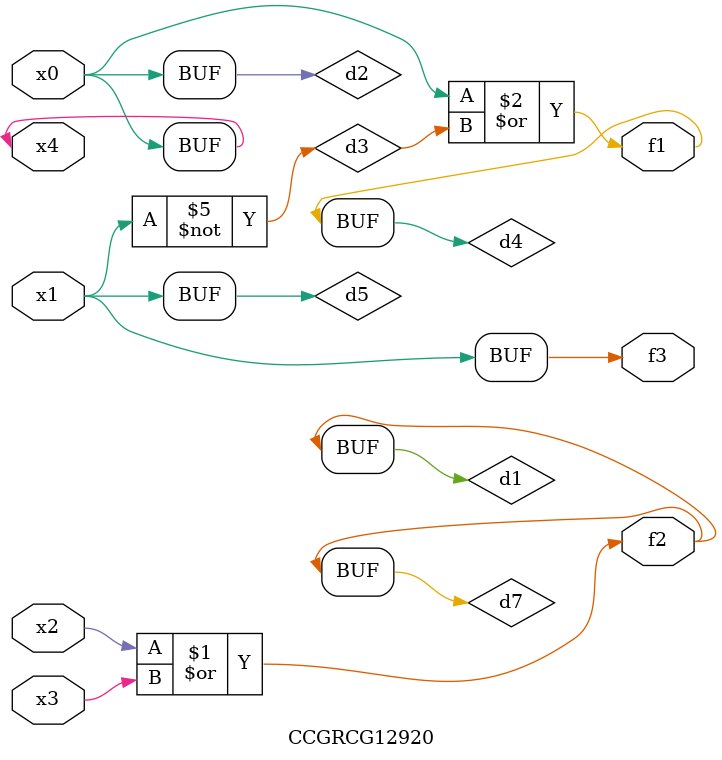
<source format=v>
module CCGRCG12920(
	input x0, x1, x2, x3, x4,
	output f1, f2, f3
);

	wire d1, d2, d3, d4, d5, d6, d7;

	or (d1, x2, x3);
	buf (d2, x0, x4);
	not (d3, x1);
	or (d4, d2, d3);
	not (d5, d3);
	nand (d6, d1, d3);
	or (d7, d1);
	assign f1 = d4;
	assign f2 = d7;
	assign f3 = d5;
endmodule

</source>
